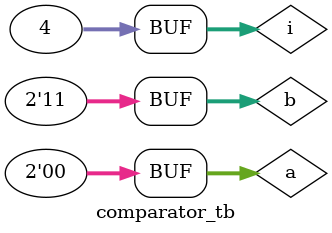
<source format=v>

module comparator(
    input [1:0] a, b,
    output alb, aeb, agb
);

    assign alb = (~a[0] & ~a[1] & b[0]) | (~a[1] & b[1]) | (b[1] & b[0] & ~a[0]);
    assign agb = (a[0] & a[1] & ~b[0]) | (a[1] & ~b[1]) | (~b[1] & ~b[0] & a[0]);
    assign aeb = (~a[1] & ~a[0] & ~b[1] & ~b[0]) |
                 (~a[1] & a[0] & ~b[1] & b[0]) |
                 (a[1] & ~a[0] & b[1] & ~b[0]) |
                 (a[1] & a[0] & b[1] & b[0]);
endmodule

module comparator_tb;
    reg [1:0] a, b;
    wire alb, aeb, agb;
    integer i;
    comparator tb(a, b, alb, aeb, agb);
    initial begin
        for (i=0; i<4; i=i+1) 
            begin
                a = i;
                b = i+1;
                #20;
            end 
        for (i=0; i<4; i=i+1) 
            begin
                a = i;
                b = i;
                #20;
            end
        for (i=0; i<4; i=i+1) 
            begin
                a = i+1;
                b = i;
                #20;
            end
    end
endmodule
</source>
